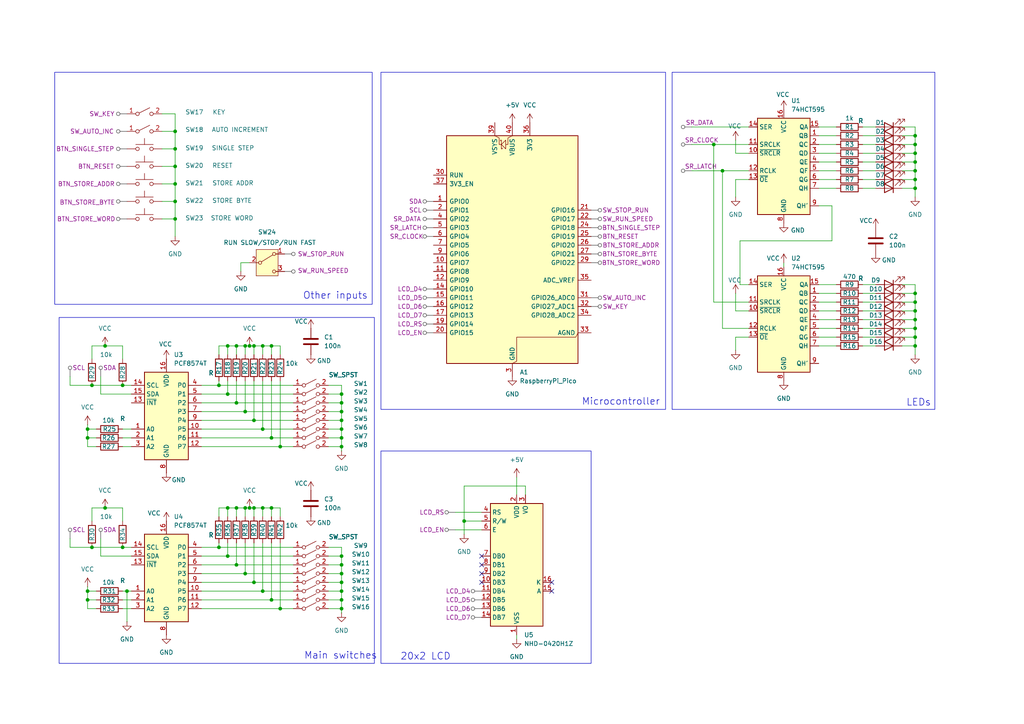
<source format=kicad_sch>
(kicad_sch (version 20250114) (generator "eeschema") (generator_version "9.0")
  (paper "A4")
  (title_block (title "Microcomputer") (date "2026-01-13") (rev "1") (company "gzalo"))
  (rectangle (start 17.145 92.075) (end 108.585 192.405))
  (rectangle (start 110.49 130.81) (end 171.45 192.405))
  (rectangle (start 15.875 20.955) (end 107.95 88.265))
  (rectangle (start 110.49 20.955) (end 193.04 118.745))
  (rectangle (start 194.945 20.955) (end 271.145 118.745))
  (text "Main switches" (at 98.806 190.246 0) (effects (font (size 2 2))))
  (text "20x2 LCD" (at 123.444 190.5 0) (effects (font (size 2 2))))
  (text "Other inputs" (at 97.282 85.852 0) (effects (font (size 2 2))))
  (text "LEDs" (at 266.446 116.84 0) (effects (font (size 2 2))))
  (text "Microcontroller" (at 180.086 116.586 0) (effects (font (size 2 2))))
  (junction (at 63.5 111.76))
  (junction (at 76.2 100.33))
  (junction (at 25.4 124.46))
  (junction (at 72.39 100.33))
  (junction (at 50.8 38.1))
  (junction (at 99.06 171.45))
  (junction (at 50.8 58.42))
  (junction (at 99.06 176.53))
  (junction (at 76.2 124.46))
  (junction (at 265.43 95.25))
  (junction (at 66.04 147.32))
  (junction (at 78.74 127))
  (junction (at 71.12 147.32))
  (junction (at 265.43 85.09))
  (junction (at 73.66 147.32))
  (junction (at 35.56 111.76))
  (junction (at 265.43 100.33))
  (junction (at 25.4 171.45))
  (junction (at 99.06 129.54))
  (junction (at 73.66 100.33))
  (junction (at 99.06 173.99))
  (junction (at 78.74 100.33))
  (junction (at 99.06 161.29))
  (junction (at 78.74 173.99))
  (junction (at 71.12 166.37))
  (junction (at 71.12 100.33))
  (junction (at 99.06 116.84))
  (junction (at 81.28 176.53))
  (junction (at 265.43 39.37))
  (junction (at 68.58 147.32))
  (junction (at 99.06 163.83))
  (junction (at 68.58 116.84))
  (junction (at 68.58 100.33))
  (junction (at 35.56 158.75))
  (junction (at 134.62 151.13))
  (junction (at 99.06 121.92))
  (junction (at 265.43 92.71))
  (junction (at 207.01 41.91))
  (junction (at 265.43 97.79))
  (junction (at 265.43 41.91))
  (junction (at 68.58 163.83))
  (junction (at 71.12 119.38))
  (junction (at 26.67 111.76))
  (junction (at 73.66 168.91))
  (junction (at 76.2 171.45))
  (junction (at 99.06 114.3))
  (junction (at 209.55 49.53))
  (junction (at 50.8 43.18))
  (junction (at 99.06 119.38))
  (junction (at 72.39 147.32))
  (junction (at 78.74 147.32))
  (junction (at 50.8 48.26))
  (junction (at 81.28 129.54))
  (junction (at 66.04 161.29))
  (junction (at 26.67 158.75))
  (junction (at 30.48 100.33))
  (junction (at 73.66 121.92))
  (junction (at 50.8 53.34))
  (junction (at 36.83 171.45))
  (junction (at 99.06 168.91))
  (junction (at 50.8 63.5))
  (junction (at 63.5 158.75))
  (junction (at 25.4 127))
  (junction (at 265.43 87.63))
  (junction (at 265.43 49.53))
  (junction (at 25.4 173.99))
  (junction (at 66.04 100.33))
  (junction (at 265.43 52.07))
  (junction (at 265.43 90.17))
  (junction (at 265.43 46.99))
  (junction (at 99.06 166.37))
  (junction (at 66.04 114.3))
  (junction (at 99.06 127))
  (junction (at 30.48 147.32))
  (junction (at 265.43 44.45))
  (junction (at 99.06 124.46))
  (junction (at 76.2 147.32))
  (junction (at 265.43 54.61))
  (no_connect (at 160.02 168.91))
  (no_connect (at 139.7 168.91))
  (no_connect (at 160.02 171.45))
  (no_connect (at 139.7 163.83))
  (no_connect (at 139.7 161.29))
  (no_connect (at 139.7 166.37))
  (wire (pts (xy 30.48 100.33) (xy 35.56 100.33)))
  (wire (pts (xy 95.25 129.54) (xy 99.06 129.54)))
  (wire (pts (xy 35.56 100.33) (xy 35.56 104.14)))
  (wire (pts (xy 99.06 119.38) (xy 99.06 121.92)))
  (wire (pts (xy 76.2 149.86) (xy 76.2 147.32)))
  (wire (pts (xy 152.4 140.97) (xy 134.62 140.97)))
  (wire (pts (xy 26.67 100.33) (xy 30.48 100.33)))
  (wire (pts (xy 25.4 176.53) (xy 25.4 173.99)))
  (wire (pts (xy 50.8 38.1) (xy 50.8 43.18)))
  (wire (pts (xy 149.86 184.15) (xy 149.86 185.42)))
  (wire (pts (xy 213.36 85.09) (xy 213.36 90.17)))
  (wire (pts (xy 58.42 124.46) (xy 76.2 124.46)))
  (wire (pts (xy 68.58 147.32) (xy 71.12 147.32)))
  (wire (pts (xy 265.43 44.45) (xy 265.43 46.99)))
  (wire (pts (xy 76.2 124.46) (xy 85.09 124.46)))
  (wire (pts (xy 134.62 154.94) (xy 134.62 151.13)))
  (wire (pts (xy 99.06 127) (xy 99.06 129.54)))
  (wire (pts (xy 35.56 129.54) (xy 38.1 129.54)))
  (wire (pts (xy 58.42 129.54) (xy 81.28 129.54)))
  (wire (pts (xy 99.06 124.46) (xy 99.06 127)))
  (wire (pts (xy 27.94 129.54) (xy 25.4 129.54)))
  (wire (pts (xy 99.06 171.45) (xy 99.06 173.99)))
  (wire (pts (xy 265.43 95.25) (xy 265.43 97.79)))
  (wire (pts (xy 99.06 158.75) (xy 99.06 161.29)))
  (wire (pts (xy 265.43 41.91) (xy 265.43 44.45)))
  (wire (pts (xy 261.62 97.79) (xy 265.43 97.79)))
  (wire (pts (xy 261.62 36.83) (xy 265.43 36.83)))
  (wire (pts (xy 76.2 171.45) (xy 85.09 171.45)))
  (wire (pts (xy 265.43 97.79) (xy 265.43 100.33)))
  (wire (pts (xy 46.99 43.18) (xy 50.8 43.18)))
  (wire (pts (xy 78.74 127) (xy 85.09 127)))
  (wire (pts (xy 71.12 119.38) (xy 85.09 119.38)))
  (wire (pts (xy 71.12 100.33) (xy 71.12 102.87)))
  (wire (pts (xy 76.2 100.33) (xy 73.66 100.33)))
  (wire (pts (xy 214.63 82.55) (xy 217.17 82.55)))
  (wire (pts (xy 63.5 158.75) (xy 85.09 158.75)))
  (wire (pts (xy 63.5 111.76) (xy 85.09 111.76)))
  (wire (pts (xy 66.04 114.3) (xy 66.04 110.49)))
  (wire (pts (xy 78.74 147.32) (xy 81.28 147.32)))
  (wire (pts (xy 68.58 100.33) (xy 71.12 100.33)))
  (wire (pts (xy 250.19 85.09) (xy 254 85.09)))
  (wire (pts (xy 35.56 124.46) (xy 38.1 124.46)))
  (wire (pts (xy 213.36 52.07) (xy 217.17 52.07)))
  (wire (pts (xy 58.42 161.29) (xy 66.04 161.29)))
  (wire (pts (xy 261.62 39.37) (xy 265.43 39.37)))
  (wire (pts (xy 265.43 54.61) (xy 265.43 57.15)))
  (wire (pts (xy 73.66 147.32) (xy 72.39 147.32)))
  (wire (pts (xy 25.4 127) (xy 25.4 124.46)))
  (wire (pts (xy 35.56 127) (xy 38.1 127)))
  (wire (pts (xy 95.25 121.92) (xy 99.06 121.92)))
  (wire (pts (xy 265.43 87.63) (xy 265.43 90.17)))
  (wire (pts (xy 38.1 158.75) (xy 35.56 158.75)))
  (wire (pts (xy 217.17 41.91) (xy 207.01 41.91)))
  (wire (pts (xy 63.5 149.86) (xy 63.5 147.32)))
  (wire (pts (xy 250.19 44.45) (xy 254 44.45)))
  (wire (pts (xy 73.66 168.91) (xy 85.09 168.91)))
  (wire (pts (xy 68.58 163.83) (xy 68.58 157.48)))
  (wire (pts (xy 237.49 44.45) (xy 242.57 44.45)))
  (wire (pts (xy 58.42 127) (xy 78.74 127)))
  (wire (pts (xy 261.62 54.61) (xy 265.43 54.61)))
  (wire (pts (xy 134.62 151.13) (xy 139.7 151.13)))
  (wire (pts (xy 95.25 161.29) (xy 99.06 161.29)))
  (wire (pts (xy 250.19 97.79) (xy 254 97.79)))
  (wire (pts (xy 66.04 161.29) (xy 85.09 161.29)))
  (wire (pts (xy 213.36 90.17) (xy 217.17 90.17)))
  (wire (pts (xy 99.06 166.37) (xy 99.06 168.91)))
  (wire (pts (xy 237.49 92.71) (xy 242.57 92.71)))
  (wire (pts (xy 261.62 85.09) (xy 265.43 85.09)))
  (wire (pts (xy 237.49 36.83) (xy 242.57 36.83)))
  (wire (pts (xy 265.43 90.17) (xy 265.43 92.71)))
  (wire (pts (xy 58.42 166.37) (xy 71.12 166.37)))
  (wire (pts (xy 25.4 123.19) (xy 25.4 124.46)))
  (wire (pts (xy 209.55 95.25) (xy 209.55 49.53)))
  (wire (pts (xy 58.42 168.91) (xy 73.66 168.91)))
  (wire (pts (xy 95.25 158.75) (xy 99.06 158.75)))
  (wire (pts (xy 95.25 171.45) (xy 99.06 171.45)))
  (wire (pts (xy 95.25 124.46) (xy 99.06 124.46)))
  (wire (pts (xy 99.06 111.76) (xy 99.06 114.3)))
  (wire (pts (xy 265.43 85.09) (xy 265.43 87.63)))
  (wire (pts (xy 81.28 102.87) (xy 81.28 100.33)))
  (wire (pts (xy 29.21 109.22) (xy 29.21 114.3)))
  (wire (pts (xy 237.49 49.53) (xy 242.57 49.53)))
  (wire (pts (xy 35.56 176.53) (xy 38.1 176.53)))
  (wire (pts (xy 241.3 59.69) (xy 241.3 69.85)))
  (wire (pts (xy 76.2 171.45) (xy 76.2 157.48)))
  (wire (pts (xy 36.83 171.45) (xy 38.1 171.45)))
  (wire (pts (xy 134.62 140.97) (xy 134.62 151.13)))
  (wire (pts (xy 265.43 39.37) (xy 265.43 41.91)))
  (wire (pts (xy 25.4 171.45) (xy 27.94 171.45)))
  (wire (pts (xy 26.67 158.75) (xy 20.32 158.75)))
  (wire (pts (xy 71.12 147.32) (xy 72.39 147.32)))
  (wire (pts (xy 250.19 90.17) (xy 254 90.17)))
  (wire (pts (xy 237.49 52.07) (xy 242.57 52.07)))
  (wire (pts (xy 99.06 176.53) (xy 99.06 177.8)))
  (wire (pts (xy 99.06 173.99) (xy 99.06 176.53)))
  (wire (pts (xy 237.49 59.69) (xy 241.3 59.69)))
  (wire (pts (xy 78.74 157.48) (xy 78.74 173.99)))
  (wire (pts (xy 73.66 110.49) (xy 73.66 121.92)))
  (wire (pts (xy 76.2 102.87) (xy 76.2 100.33)))
  (wire (pts (xy 68.58 116.84) (xy 68.58 110.49)))
  (wire (pts (xy 46.99 48.26) (xy 50.8 48.26)))
  (wire (pts (xy 237.49 100.33) (xy 242.57 100.33)))
  (wire (pts (xy 250.19 87.63) (xy 254 87.63)))
  (wire (pts (xy 237.49 87.63) (xy 242.57 87.63)))
  (wire (pts (xy 217.17 95.25) (xy 209.55 95.25)))
  (wire (pts (xy 213.36 101.6) (xy 213.36 97.79)))
  (wire (pts (xy 200.66 49.53) (xy 209.55 49.53)))
  (wire (pts (xy 265.43 36.83) (xy 265.43 39.37)))
  (wire (pts (xy 73.66 157.48) (xy 73.66 168.91)))
  (wire (pts (xy 46.99 33.02) (xy 50.8 33.02)))
  (wire (pts (xy 78.74 102.87) (xy 78.74 100.33)))
  (wire (pts (xy 35.56 158.75) (xy 26.67 158.75)))
  (wire (pts (xy 73.66 100.33) (xy 72.39 100.33)))
  (wire (pts (xy 213.36 40.64) (xy 213.36 44.45)))
  (wire (pts (xy 250.19 52.07) (xy 254 52.07)))
  (wire (pts (xy 78.74 173.99) (xy 85.09 173.99)))
  (wire (pts (xy 250.19 36.83) (xy 254 36.83)))
  (wire (pts (xy 261.62 49.53) (xy 265.43 49.53)))
  (wire (pts (xy 237.49 95.25) (xy 242.57 95.25)))
  (wire (pts (xy 38.1 111.76) (xy 35.56 111.76)))
  (wire (pts (xy 71.12 166.37) (xy 71.12 157.48)))
  (wire (pts (xy 35.56 111.76) (xy 26.67 111.76)))
  (wire (pts (xy 73.66 149.86) (xy 73.66 147.32)))
  (wire (pts (xy 213.36 44.45) (xy 217.17 44.45)))
  (wire (pts (xy 213.36 57.15) (xy 213.36 52.07)))
  (wire (pts (xy 250.19 46.99) (xy 254 46.99)))
  (wire (pts (xy 58.42 176.53) (xy 81.28 176.53)))
  (wire (pts (xy 66.04 100.33) (xy 68.58 100.33)))
  (wire (pts (xy 237.49 97.79) (xy 242.57 97.79)))
  (wire (pts (xy 209.55 49.53) (xy 217.17 49.53)))
  (wire (pts (xy 265.43 92.71) (xy 265.43 95.25)))
  (wire (pts (xy 261.62 46.99) (xy 265.43 46.99)))
  (wire (pts (xy 237.49 41.91) (xy 242.57 41.91)))
  (wire (pts (xy 38.1 114.3) (xy 29.21 114.3)))
  (wire (pts (xy 50.8 43.18) (xy 50.8 48.26)))
  (wire (pts (xy 27.94 176.53) (xy 25.4 176.53)))
  (wire (pts (xy 250.19 49.53) (xy 254 49.53)))
  (wire (pts (xy 25.4 173.99) (xy 25.4 171.45)))
  (wire (pts (xy 58.42 173.99) (xy 78.74 173.99)))
  (wire (pts (xy 50.8 53.34) (xy 50.8 58.42)))
  (wire (pts (xy 250.19 95.25) (xy 254 95.25)))
  (wire (pts (xy 58.42 158.75) (xy 63.5 158.75)))
  (wire (pts (xy 66.04 161.29) (xy 66.04 157.48)))
  (wire (pts (xy 46.99 38.1) (xy 50.8 38.1)))
  (wire (pts (xy 99.06 129.54) (xy 99.06 130.81)))
  (wire (pts (xy 66.04 147.32) (xy 68.58 147.32)))
  (wire (pts (xy 69.85 76.2) (xy 72.39 76.2)))
  (wire (pts (xy 214.63 69.85) (xy 214.63 82.55)))
  (wire (pts (xy 81.28 149.86) (xy 81.28 147.32)))
  (wire (pts (xy 132.08 148.59) (xy 139.7 148.59)))
  (wire (pts (xy 63.5 147.32) (xy 66.04 147.32)))
  (wire (pts (xy 63.5 100.33) (xy 66.04 100.33)))
  (wire (pts (xy 95.25 111.76) (xy 99.06 111.76)))
  (wire (pts (xy 237.49 82.55) (xy 242.57 82.55)))
  (wire (pts (xy 99.06 161.29) (xy 99.06 163.83)))
  (wire (pts (xy 250.19 39.37) (xy 254 39.37)))
  (wire (pts (xy 29.21 156.21) (xy 29.21 161.29)))
  (wire (pts (xy 73.66 121.92) (xy 85.09 121.92)))
  (wire (pts (xy 71.12 119.38) (xy 71.12 110.49)))
  (wire (pts (xy 78.74 110.49) (xy 78.74 127)))
  (wire (pts (xy 261.62 92.71) (xy 265.43 92.71)))
  (wire (pts (xy 250.19 54.61) (xy 254 54.61)))
  (wire (pts (xy 76.2 124.46) (xy 76.2 110.49)))
  (wire (pts (xy 63.5 158.75) (xy 63.5 157.48)))
  (wire (pts (xy 36.83 171.45) (xy 36.83 180.34)))
  (wire (pts (xy 71.12 166.37) (xy 85.09 166.37)))
  (wire (pts (xy 71.12 147.32) (xy 71.12 149.86)))
  (wire (pts (xy 261.62 100.33) (xy 265.43 100.33)))
  (wire (pts (xy 95.25 173.99) (xy 99.06 173.99)))
  (wire (pts (xy 95.25 168.91) (xy 99.06 168.91)))
  (wire (pts (xy 95.25 119.38) (xy 99.06 119.38)))
  (wire (pts (xy 58.42 114.3) (xy 66.04 114.3)))
  (wire (pts (xy 58.42 111.76) (xy 63.5 111.76)))
  (wire (pts (xy 95.25 166.37) (xy 99.06 166.37)))
  (wire (pts (xy 46.99 63.5) (xy 50.8 63.5)))
  (wire (pts (xy 237.49 46.99) (xy 242.57 46.99)))
  (wire (pts (xy 50.8 58.42) (xy 50.8 63.5)))
  (wire (pts (xy 99.06 114.3) (xy 99.06 116.84)))
  (wire (pts (xy 237.49 90.17) (xy 242.57 90.17)))
  (wire (pts (xy 250.19 82.55) (xy 254 82.55)))
  (wire (pts (xy 26.67 151.13) (xy 26.67 147.32)))
  (wire (pts (xy 250.19 92.71) (xy 254 92.71)))
  (wire (pts (xy 66.04 147.32) (xy 66.04 149.86)))
  (wire (pts (xy 58.42 171.45) (xy 76.2 171.45)))
  (wire (pts (xy 27.94 173.99) (xy 25.4 173.99)))
  (wire (pts (xy 99.06 168.91) (xy 99.06 171.45)))
  (wire (pts (xy 265.43 49.53) (xy 265.43 52.07)))
  (wire (pts (xy 132.08 153.67) (xy 139.7 153.67)))
  (wire (pts (xy 261.62 44.45) (xy 265.43 44.45)))
  (wire (pts (xy 207.01 87.63) (xy 217.17 87.63)))
  (wire (pts (xy 95.25 127) (xy 99.06 127)))
  (wire (pts (xy 78.74 100.33) (xy 76.2 100.33)))
  (wire (pts (xy 237.49 39.37) (xy 242.57 39.37)))
  (wire (pts (xy 250.19 41.91) (xy 254 41.91)))
  (wire (pts (xy 25.4 129.54) (xy 25.4 127)))
  (wire (pts (xy 63.5 102.87) (xy 63.5 100.33)))
  (wire (pts (xy 95.25 114.3) (xy 99.06 114.3)))
  (wire (pts (xy 237.49 85.09) (xy 242.57 85.09)))
  (wire (pts (xy 50.8 48.26) (xy 50.8 53.34)))
  (wire (pts (xy 35.56 173.99) (xy 38.1 173.99)))
  (wire (pts (xy 81.28 129.54) (xy 81.28 110.49)))
  (wire (pts (xy 20.32 109.22) (xy 20.32 111.76)))
  (wire (pts (xy 99.06 116.84) (xy 99.06 119.38)))
  (wire (pts (xy 58.42 163.83) (xy 68.58 163.83)))
  (wire (pts (xy 63.5 111.76) (xy 63.5 110.49)))
  (wire (pts (xy 58.42 121.92) (xy 73.66 121.92)))
  (wire (pts (xy 241.3 69.85) (xy 214.63 69.85)))
  (wire (pts (xy 26.67 104.14) (xy 26.67 100.33)))
  (wire (pts (xy 261.62 41.91) (xy 265.43 41.91)))
  (wire (pts (xy 261.62 95.25) (xy 265.43 95.25)))
  (wire (pts (xy 38.1 161.29) (xy 29.21 161.29)))
  (wire (pts (xy 30.48 147.32) (xy 35.56 147.32)))
  (wire (pts (xy 265.43 100.33) (xy 265.43 102.87)))
  (wire (pts (xy 78.74 149.86) (xy 78.74 147.32)))
  (wire (pts (xy 46.99 58.42) (xy 50.8 58.42)))
  (wire (pts (xy 76.2 147.32) (xy 73.66 147.32)))
  (wire (pts (xy 227.33 76.2) (xy 227.33 77.47)))
  (wire (pts (xy 69.85 78.74) (xy 69.85 76.2)))
  (wire (pts (xy 26.67 147.32) (xy 30.48 147.32)))
  (wire (pts (xy 99.06 163.83) (xy 99.06 166.37)))
  (wire (pts (xy 81.28 129.54) (xy 85.09 129.54)))
  (wire (pts (xy 73.66 102.87) (xy 73.66 100.33)))
  (wire (pts (xy 265.43 46.99) (xy 265.43 49.53)))
  (wire (pts (xy 261.62 90.17) (xy 265.43 90.17)))
  (wire (pts (xy 95.25 176.53) (xy 99.06 176.53)))
  (wire (pts (xy 95.25 163.83) (xy 99.06 163.83)))
  (wire (pts (xy 68.58 147.32) (xy 68.58 149.86)))
  (wire (pts (xy 261.62 52.07) (xy 265.43 52.07)))
  (wire (pts (xy 68.58 100.33) (xy 68.58 102.87)))
  (wire (pts (xy 25.4 124.46) (xy 27.94 124.46)))
  (wire (pts (xy 68.58 163.83) (xy 85.09 163.83)))
  (wire (pts (xy 78.74 147.32) (xy 76.2 147.32)))
  (wire (pts (xy 152.4 143.51) (xy 152.4 140.97)))
  (wire (pts (xy 35.56 171.45) (xy 36.83 171.45)))
  (wire (pts (xy 58.42 116.84) (xy 68.58 116.84)))
  (wire (pts (xy 58.42 119.38) (xy 71.12 119.38)))
  (wire (pts (xy 261.62 87.63) (xy 265.43 87.63)))
  (wire (pts (xy 78.74 100.33) (xy 81.28 100.33)))
  (wire (pts (xy 149.86 138.43) (xy 149.86 143.51)))
  (wire (pts (xy 99.06 121.92) (xy 99.06 124.46)))
  (wire (pts (xy 200.66 41.91) (xy 207.01 41.91)))
  (wire (pts (xy 265.43 82.55) (xy 265.43 85.09)))
  (wire (pts (xy 213.36 97.79) (xy 217.17 97.79)))
  (wire (pts (xy 68.58 116.84) (xy 85.09 116.84)))
  (wire (pts (xy 81.28 176.53) (xy 85.09 176.53)))
  (wire (pts (xy 200.66 36.83) (xy 217.17 36.83)))
  (wire (pts (xy 66.04 114.3) (xy 85.09 114.3)))
  (wire (pts (xy 46.99 53.34) (xy 50.8 53.34)))
  (wire (pts (xy 20.32 156.21) (xy 20.32 158.75)))
  (wire (pts (xy 25.4 170.18) (xy 25.4 171.45)))
  (wire (pts (xy 81.28 176.53) (xy 81.28 157.48)))
  (wire (pts (xy 27.94 127) (xy 25.4 127)))
  (wire (pts (xy 250.19 100.33) (xy 254 100.33)))
  (wire (pts (xy 50.8 63.5) (xy 50.8 68.58)))
  (wire (pts (xy 66.04 100.33) (xy 66.04 102.87)))
  (wire (pts (xy 237.49 54.61) (xy 242.57 54.61)))
  (wire (pts (xy 71.12 100.33) (xy 72.39 100.33)))
  (wire (pts (xy 50.8 33.02) (xy 50.8 38.1)))
  (wire (pts (xy 35.56 147.32) (xy 35.56 151.13)))
  (wire (pts (xy 261.62 82.55) (xy 265.43 82.55)))
  (wire (pts (xy 265.43 52.07) (xy 265.43 54.61)))
  (wire (pts (xy 95.25 116.84) (xy 99.06 116.84)))
  (wire (pts (xy 207.01 41.91) (xy 207.01 87.63)))
  (wire (pts (xy 26.67 111.76) (xy 20.32 111.76)))
  (netclass_flag "" (length 2.54) (shape round) (at 200.66 41.91 90) (property "Netclass" "SR_CLOCK" (at 198.628 40.64 0) (effects (justify left))))
  (netclass_flag "" (length 2.54) (shape round) (at 36.83 33.02 90) (property "Netclass" "SW_KEY" (at 25.908 33.02 0) (effects (justify left))))
  (netclass_flag "" (length 2.54) (shape round) (at 36.83 63.5 90) (property "Netclass" "BTN_STORE_WORD" (at 16.51 63.5 0) (effects (justify left))))
  (netclass_flag "" (length 2.54) (shape round) (at 125.73 63.5 90) (property "Netclass" "SR_DATA" (at 114.046 63.5 0) (effects (justify left))))
  (netclass_flag "" (length 2.54) (shape round) (at 36.83 53.34 90) (property "Netclass" "BTN_STORE_ADDR" (at 16.764 53.34 0) (effects (justify left))))
  (netclass_flag "" (length 2.54) (shape round) (at 171.45 88.9 270) (property "Netclass" "SW_KEY" (at 182.118 88.9 0) (effects (justify right))))
  (netclass_flag "" (length 2.54) (shape round) (at 125.73 91.44 90) (property "Netclass" "LCD_D7" (at 115.316 91.44 0) (effects (justify left))))
  (netclass_flag "" (length 2.54) (shape round) (at 29.21 156.21 0) (property "Netclass" "SDA" (at 29.9085 153.67 0) (effects (justify left))))
  (netclass_flag "" (length 2.54) (shape round) (at 139.7 179.07 90) (property "Netclass" "LCD_D7" (at 129.286 179.07 0) (effects (justify left))))
  (netclass_flag "" (length 2.54) (shape round) (at 139.7 176.53 90) (property "Netclass" "LCD_D6" (at 129.286 176.53 0) (effects (justify left))))
  (netclass_flag "" (length 2.54) (shape round) (at 125.73 66.04 90) (property "Netclass" "SR_LATCH" (at 113.03 66.04 0) (effects (justify left))))
  (netclass_flag "" (length 2.54) (shape round) (at 200.66 49.53 90) (property "Netclass" "SR_LATCH" (at 198.628 48.26 0) (effects (justify left))))
  (netclass_flag "" (length 2.54) (shape round) (at 36.83 58.42 90) (property "Netclass" "BTN_STORE_BYTE" (at 17.272 58.674 0) (effects (justify left))))
  (netclass_flag "" (length 2.54) (shape round) (at 171.45 86.36 270) (property "Netclass" "SW_AUTO_INC" (at 187.452 86.36 0) (effects (justify right))))
  (netclass_flag "" (length 2.54) (shape round) (at 171.45 76.2 270) (property "Netclass" "BTN_STORE_WORD" (at 191.516 76.2 0) (effects (justify right))))
  (netclass_flag "" (length 2.54) (shape round) (at 36.83 38.1 90) (property "Netclass" "SW_AUTO_INC" (at 20.32 38.1 0) (effects (justify left))))
  (netclass_flag "" (length 2.54) (shape round) (at 139.7 173.99 90) (property "Netclass" "LCD_D5" (at 129.286 173.99 0) (effects (justify left))))
  (netclass_flag "" (length 2.54) (shape round) (at 171.45 66.04 270) (property "Netclass" "BTN_SINGLE_STEP" (at 191.516 66.04 0) (effects (justify right))))
  (netclass_flag "" (length 2.54) (shape round) (at 171.45 68.58 270) (property "Netclass" "BTN_RESET" (at 185.166 68.58 0) (effects (justify right))))
  (netclass_flag "" (length 2.54) (shape round) (at 139.7 171.45 90) (property "Netclass" "LCD_D4" (at 129.286 171.45 0) (effects (justify left))))
  (netclass_flag "" (length 2.54) (shape round) (at 82.55 78.74 270) (property "Netclass" "SW_RUN_SPEED" (at 86.36 78.486 0) (effects (justify left))))
  (netclass_flag "" (length 2.54) (shape round) (at 125.73 93.98 90) (property "Netclass" "LCD_RS" (at 115.316 93.98 0) (effects (justify left))))
  (netclass_flag "" (length 2.54) (shape round) (at 132.08 153.67 90) (property "Netclass" "LCD_EN" (at 121.666 153.67 0) (effects (justify left))))
  (netclass_flag "" (length 2.54) (shape round) (at 29.21 109.22 0) (property "Netclass" "SDA" (at 29.9085 106.68 0) (effects (justify left))))
  (netclass_flag "" (length 2.54) (shape round) (at 20.32 156.21 0) (property "Netclass" "SCL" (at 21.0185 153.67 0) (effects (justify left))))
  (netclass_flag "" (length 2.54) (shape round) (at 125.73 58.42 90) (property "Netclass" "SDA" (at 118.618 58.42 0) (effects (justify left))))
  (netclass_flag "" (length 2.54) (shape round) (at 36.83 43.18 90) (property "Netclass" "BTN_SINGLE_STEP" (at 16.256 43.18 0) (effects (justify left))))
  (netclass_flag "" (length 2.54) (shape round) (at 125.73 96.52 90) (property "Netclass" "LCD_EN" (at 115.316 96.52 0) (effects (justify left))))
  (netclass_flag "" (length 2.54) (shape round) (at 125.73 86.36 90) (property "Netclass" "LCD_D5" (at 115.316 86.36 0) (effects (justify left))))
  (netclass_flag "" (length 2.54) (shape round) (at 36.83 48.26 90) (property "Netclass" "BTN_RESET" (at 22.606 48.26 0) (effects (justify left))))
  (netclass_flag "" (length 2.54) (shape round) (at 171.45 60.96 270) (property "Netclass" "SW_STOP_RUN" (at 188.214 60.96 0) (effects (justify right))))
  (netclass_flag "" (length 2.54) (shape round) (at 125.73 60.96 90) (property "Netclass" "SCL" (at 118.618 60.96 0) (effects (justify left))))
  (netclass_flag "" (length 2.54) (shape round) (at 132.08 148.59 90) (property "Netclass" "LCD_RS" (at 121.666 148.59 0) (effects (justify left))))
  (netclass_flag "" (length 2.54) (shape round) (at 171.45 71.12 270) (property "Netclass" "BTN_STORE_ADDR" (at 191.262 71.12 0) (effects (justify right))))
  (netclass_flag "" (length 2.54) (shape round) (at 82.55 73.66 270) (property "Netclass" "SW_STOP_RUN" (at 86.36 73.66 0) (effects (justify left))))
  (netclass_flag "" (length 2.54) (shape round) (at 200.66 36.83 90) (property "Netclass" "SR_DATA" (at 198.882 35.56 0) (effects (justify left))))
  (netclass_flag "" (length 2.54) (shape round) (at 171.45 73.66 270) (property "Netclass" "BTN_STORE_BYTE" (at 190.754 73.66 0) (effects (justify right))))
  (netclass_flag "" (length 2.54) (shape round) (at 125.73 83.82 90) (property "Netclass" "LCD_D4" (at 115.316 83.82 0) (effects (justify left))))
  (netclass_flag "" (length 2.54) (shape round) (at 20.32 109.22 0) (property "Netclass" "SCL" (at 21.0185 106.68 0) (effects (justify left))))
  (netclass_flag "" (length 2.54) (shape round) (at 125.73 68.58 90) (property "Netclass" "SR_CLOCK" (at 113.03 68.58 0) (effects (justify left))))
  (netclass_flag "" (length 2.54) (shape round) (at 171.45 63.5 270) (property "Netclass" "SW_RUN_SPEED" (at 189.484 63.5 0) (effects (justify right))))
  (netclass_flag "" (length 2.54) (shape round) (at 125.73 88.9 90) (property "Netclass" "LCD_D6" (at 115.316 88.9 0) (effects (justify left))))
  (symbol (lib_id "power:GND") (at 48.26 137.16 0) (unit 1)
    (property "Reference" "#PWR012" (effects (hide yes)))
    (property "Value" "GND" (at 51.816 139.192 0))
    (property "Description" "Power symbol creates a global label with name \"GND\" , ground" (effects (hide yes)))
  )
  (symbol (lib_id "Device:R") (at 26.67 107.95 0) (unit 1)
    (property "Reference" "R29" (at 26.67 109.982 90) (effects (justify left)))
    (property "Value" "10k" (effects (hide yes)))
    (property "Description" "Resistor" (effects (hide yes)))
  )
  (symbol (lib_id "Device:R") (at 66.04 106.68 0) (unit 1)
    (property "Reference" "R18" (at 66.04 108.712 90) (effects (justify left)))
    (property "Value" "R" (at 60.452 108.204 0) (effects (justify left)))
    (property "Description" "Resistor" (effects (hide yes)))
  )
  (symbol (lib_id "Switch:SW_SPST") (at 90.17 171.45 0) (unit 1)
    (property "Reference" "SW14" (at 104.648 170.942 0))
    (property "Value" "SW_SPST" (at 99.568 155.702 0))
    (property "Description" "Single Pole Single Throw (SPST) switch" (effects (hide yes)))
  )
  (symbol (lib_id "power:GND") (at 99.06 130.81 0) (unit 1)
    (property "Reference" "#PWR014" (effects (hide yes)))
    (property "Value" "GND" (at 99.06 135.89 0))
    (property "Description" "Power symbol creates a global label with name \"GND\" , ground" (effects (hide yes)))
  )
  (symbol (lib_id "power:VCC") (at 30.48 147.32 0) (unit 1)
    (property "Reference" "#PWR022" (effects (hide yes)))
    (property "Value" "VCC" (at 30.48 142.24 0))
    (property "Description" "Power symbol creates a global label with name \"VCC\"" (effects (hide yes)))
  )
  (symbol (lib_id "Device:R") (at 31.75 176.53 90) (unit 1)
    (property "Reference" "R33" (at 31.496 176.53 90))
    (property "Value" "R" (at 35.56 168.402 90))
    (property "Description" "Resistor" (effects (hide yes)))
  )
  (symbol (lib_id "Device:R") (at 31.75 173.99 90) (unit 1)
    (property "Reference" "R32" (at 31.496 173.99 90))
    (property "Value" "10k" (at 31.496 168.91 90))
    (property "Description" "Resistor" (effects (hide yes)))
  )
  (symbol (lib_id "Device:C") (at 90.17 99.06 0) (unit 1)
    (property "Reference" "C1" (at 93.98 97.7899 0) (effects (justify left)))
    (property "Value" "100n" (at 93.98 100.3299 0) (effects (justify left)))
    (property "Description" "Unpolarized capacitor" (effects (hide yes)))
  )
  (symbol (lib_id "MCU_Module:RaspberryPi_Pico") (at 148.59 73.66 0) (unit 1)
    (property "Reference" "A1" (at 150.7333 107.95 0) (effects (justify left)))
    (property "Value" "RaspberryPi_Pico" (at 150.7333 110.49 0) (effects (justify left)))
    (property "Footprint" "Module:RaspberryPi_Pico_Common_Unspecified" (effects (hide yes)))
    (property "Datasheet" "https://datasheets.raspberrypi.com/pico/pico-datasheet.pdf" (effects (hide yes)))
    (property "Description" "Versatile and inexpensive microcontroller module powered by RP2040 dual-core Arm Cortex-M0+ processor up to 133 MHz, 264kB SRAM, 2MB QSPI flash; also supports Raspberry Pi Pico 2" (effects (hide yes)))
  )
  (symbol (lib_id "Display_Character:NHD-0420H1Z") (at 149.86 163.83 0) (unit 1)
    (property "Reference" "U5" (at 152.0033 184.15 0) (effects (justify left)))
    (property "Value" "NHD-0420H1Z" (at 152.0033 186.69 0) (effects (justify left)))
    (property "Footprint" "Display:NHD-0420H1Z" (effects (hide yes)))
    (property "Datasheet" "http://www.newhavendisplay.com/specs/NHD-0420H1Z-FSW-GBW-33V3.pdf" (effects (hide yes)))
    (property "Description" "LCD 20x4 Alphanumeric 16pin Blue/White/Green Backlight, 8bit parallel, 3.3V VDD" (effects (hide yes)))
  )
  (symbol (lib_id "Interface_Expansion:PCF8574T") (at 48.26 119.38 0) (unit 1)
    (property "Reference" "U3" (at 50.4033 102.87 0) (effects (justify left)))
    (property "Value" "PCF8574T" (at 50.4033 105.41 0) (effects (justify left)))
    (property "Footprint" "Package_SO:SOIC-16W_7.5x10.3mm_P1.27mm" (effects (hide yes)))
    (property "Datasheet" "http://www.nxp.com/docs/en/data-sheet/PCF8574_PCF8574A.pdf" (effects (hide yes)))
    (property "Description" "8 Bit Port/Expander to I2C Bus, fixed address bits 0b0100, SOIC-16" (effects (hide yes)))
  )
  (symbol (lib_id "Device:LED") (at 257.81 44.45 180) (unit 1)
    (property "Reference" "D4" (at 255.27 43.18 0))
    (property "Description" "Light emitting diode" (effects (hide yes)))
    (property "Sim.Pins" "1=K 2=A" (effects (hide yes)))
  )
  (symbol (lib_id "Device:LED") (at 257.81 90.17 180) (unit 1)
    (property "Reference" "D12" (at 254 88.9 0))
    (property "Description" "Light emitting diode" (effects (hide yes)))
    (property "Sim.Pins" "1=K 2=A" (effects (hide yes)))
  )
  (symbol (lib_id "Device:R") (at 246.38 87.63 90) (unit 1)
    (property "Reference" "R11" (at 246.38 87.63 90))
    (property "Value" "R" (at 249.682 80.772 90))
    (property "Description" "Resistor" (effects (hide yes)))
  )
  (symbol (lib_id "Device:LED") (at 257.81 85.09 180) (unit 1)
    (property "Reference" "D10" (at 254 83.82 0))
    (property "Description" "Light emitting diode" (effects (hide yes)))
    (property "Sim.Pins" "1=K 2=A" (effects (hide yes)))
  )
  (symbol (lib_id "Device:R") (at 73.66 106.68 0) (unit 1)
    (property "Reference" "R21" (at 73.66 108.712 90) (effects (justify left)))
    (property "Value" "R" (at 60.452 108.204 0) (effects (justify left)))
    (property "Description" "Resistor" (effects (hide yes)))
  )
  (symbol (lib_id "power:VCC") (at 227.33 76.2 0) (unit 1)
    (property "Reference" "#PWR08" (effects (hide yes)))
    (property "Value" "VCC" (at 224.282 74.93 0))
    (property "Description" "Power symbol creates a global label with name \"VCC\"" (effects (hide yes)))
  )
  (symbol (lib_id "Switch:SW_SPST") (at 90.17 116.84 0) (unit 1)
    (property "Reference" "SW3" (at 104.648 116.332 0))
    (property "Value" "SW_SPST" (at 99.568 108.712 0))
    (property "Description" "Single Pole Single Throw (SPST) switch" (effects (hide yes)))
  )
  (symbol (lib_id "power:VCC") (at 30.48 100.33 0) (unit 1)
    (property "Reference" "#PWR016" (effects (hide yes)))
    (property "Value" "VCC" (at 30.48 95.25 0))
    (property "Description" "Power symbol creates a global label with name \"VCC\"" (effects (hide yes)))
  )
  (symbol (lib_id "Device:R") (at 246.38 52.07 90) (unit 1)
    (property "Reference" "R7" (at 246.38 52.07 90))
    (property "Value" "1k" (at 246.38 34.29 90))
    (property "Description" "Resistor" (effects (hide yes)))
  )
  (symbol (lib_id "Device:R") (at 246.38 49.53 90) (unit 1)
    (property "Reference" "R6" (at 246.38 49.53 90))
    (property "Value" "R" (at 249.682 35.052 90))
    (property "Description" "Resistor" (effects (hide yes)))
  )
  (symbol (lib_id "power:GND") (at 265.43 57.15 0) (unit 1)
    (property "Reference" "#PWR09" (effects (hide yes)))
    (property "Value" "GND" (at 265.43 62.23 0))
    (property "Description" "Power symbol creates a global label with name \"GND\" , ground" (effects (hide yes)))
  )
  (symbol (lib_id "Device:LED") (at 257.81 100.33 180) (unit 1)
    (property "Reference" "D16" (at 254 99.06 0))
    (property "Description" "Light emitting diode" (effects (hide yes)))
    (property "Sim.Pins" "1=K 2=A" (effects (hide yes)))
  )
  (symbol (lib_id "Device:LED") (at 257.81 95.25 180) (unit 1)
    (property "Reference" "D14" (at 254 93.98 0))
    (property "Description" "Light emitting diode" (effects (hide yes)))
    (property "Sim.Pins" "1=K 2=A" (effects (hide yes)))
  )
  (symbol (lib_id "power:GND") (at 265.43 102.87 0) (unit 1)
    (property "Reference" "#PWR010" (effects (hide yes)))
    (property "Value" "GND" (at 265.43 107.95 0))
    (property "Description" "Power symbol creates a global label with name \"GND\" , ground" (effects (hide yes)))
  )
  (symbol (lib_id "power:VCC") (at 213.36 85.09 0) (unit 1)
    (property "Reference" "#PWR05" (effects (hide yes)))
    (property "Value" "VCC" (at 213.106 81.28 0))
    (property "Description" "Power symbol creates a global label with name \"VCC\"" (effects (hide yes)))
  )
  (symbol (lib_id "power:VCC") (at 227.33 31.75 0) (unit 1)
    (property "Reference" "#PWR07" (effects (hide yes)))
    (property "Value" "VCC" (at 227.076 27.432 0))
    (property "Description" "Power symbol creates a global label with name \"VCC\"" (effects (hide yes)))
  )
  (symbol (lib_id "power:VCC") (at 213.36 40.64 0) (unit 1)
    (property "Reference" "#PWR06" (effects (hide yes)))
    (property "Value" "VCC" (at 213.106 36.576 0))
    (property "Description" "Power symbol creates a global label with name \"VCC\"" (effects (hide yes)))
  )
  (symbol (lib_id "power:GND") (at 36.83 180.34 0) (unit 1)
    (property "Reference" "#PWR035" (effects (hide yes)))
    (property "Value" "GND" (at 36.83 185.42 0))
    (property "Description" "Power symbol creates a global label with name \"GND\" , ground" (effects (hide yes)))
  )
  (symbol (lib_id "Switch:SW_SPST") (at 90.17 176.53 0) (unit 1)
    (property "Reference" "SW16" (at 104.648 176.022 0))
    (property "Value" "SW_SPST" (at 99.568 155.702 0))
    (property "Description" "Single Pole Single Throw (SPST) switch" (effects (hide yes)))
  )
  (symbol (lib_id "power:VCC") (at 254 66.04 0) (unit 1)
    (property "Reference" "#PWR019" (effects (hide yes)))
    (property "Value" "VCC" (at 251.206 64.008 0))
    (property "Description" "Power symbol creates a global label with name \"VCC\"" (effects (hide yes)))
  )
  (symbol (lib_id "Device:R") (at 31.75 127 90) (unit 1)
    (property "Reference" "R26" (at 31.496 127 90))
    (property "Value" "10k" (at 31.496 121.92 90))
    (property "Description" "Resistor" (effects (hide yes)))
  )
  (symbol (lib_id "power:VCC") (at 153.67 35.56 0) (unit 1)
    (property "Reference" "#PWR032" (effects (hide yes)))
    (property "Value" "VCC" (at 153.67 30.48 0))
    (property "Description" "Power symbol creates a global label with name \"VCC\"" (effects (hide yes)))
  )
  (symbol (lib_id "Device:R") (at 78.74 106.68 0) (unit 1)
    (property "Reference" "R23" (at 78.74 108.712 90) (effects (justify left)))
    (property "Value" "R" (at 60.452 108.204 0) (effects (justify left)))
    (property "Description" "Resistor" (effects (hide yes)))
  )
  (symbol (lib_id "Switch:SW_SPST") (at 90.17 166.37 0) (unit 1)
    (property "Reference" "SW12" (at 104.648 165.862 0))
    (property "Value" "SW_SPST" (at 99.568 155.702 0))
    (property "Description" "Single Pole Single Throw (SPST) switch" (effects (hide yes)))
  )
  (symbol (lib_id "power:GND") (at 213.36 101.6 0) (unit 1)
    (property "Reference" "#PWR04" (effects (hide yes)))
    (property "Value" "GND" (at 213.36 106.68 0))
    (property "Description" "Power symbol creates a global label with name \"GND\" , ground" (effects (hide yes)))
  )
  (symbol (lib_id "Device:R") (at 246.38 41.91 90) (unit 1)
    (property "Reference" "R3" (at 246.38 41.91 90))
    (property "Value" "R" (at 249.682 35.052 90))
    (property "Description" "Resistor" (effects (hide yes)))
  )
  (symbol (lib_id "Device:LED") (at 257.81 39.37 180) (unit 1)
    (property "Reference" "D2" (at 255.27 38.1 0))
    (property "Description" "Light emitting diode" (effects (hide yes)))
    (property "Sim.Pins" "1=K 2=A" (effects (hide yes)))
  )
  (symbol (lib_id "Device:R") (at 31.75 129.54 90) (unit 1)
    (property "Reference" "R27" (at 31.496 129.54 90))
    (property "Value" "R" (at 35.56 121.412 90))
    (property "Description" "Resistor" (effects (hide yes)))
  )
  (symbol (lib_id "Device:R") (at 35.56 107.95 0) (unit 1)
    (property "Reference" "R28" (at 35.56 109.982 90) (effects (justify left)))
    (property "Value" "10k" (at 28.956 102.87 0) (effects (justify left)))
    (property "Description" "Resistor" (effects (hide yes)))
  )
  (symbol (lib_id "Switch:SW_Push") (at 41.91 63.5 0) (unit 1)
    (property "Reference" "SW23" (at 56.388 63.246 0))
    (property "Value" "STORE WORD" (at 67.31 63.246 0))
    (property "Description" "Push button switch, generic, two pins" (effects (hide yes)))
  )
  (symbol (lib_id "Switch:SW_Push") (at 41.91 48.26 0) (unit 1)
    (property "Reference" "SW20" (at 56.388 48.006 0))
    (property "Value" "RESET" (at 64.516 48.006 0))
    (property "Description" "Push button switch, generic, two pins" (effects (hide yes)))
  )
  (symbol (lib_id "Device:LED") (at 257.81 82.55 180) (unit 1)
    (property "Reference" "D9" (at 254 81.28 0))
    (property "Description" "Light emitting diode" (effects (hide yes)))
    (property "Sim.Pins" "1=K 2=A" (effects (hide yes)))
  )
  (symbol (lib_id "Device:R") (at 246.38 39.37 90) (unit 1)
    (property "Reference" "R2" (at 246.38 39.37 90))
    (property "Value" "R" (at 249.682 35.052 90))
    (property "Description" "Resistor" (effects (hide yes)))
  )
  (symbol (lib_id "power:VCC") (at 72.39 147.32 0) (unit 1)
    (property "Reference" "#PWR025" (effects (hide yes)))
    (property "Value" "VCC" (at 72.39 142.24 0))
    (property "Description" "Power symbol creates a global label with name \"VCC\"" (effects (hide yes)))
  )
  (symbol (lib_id "Device:LED") (at 257.81 54.61 180) (unit 1)
    (property "Reference" "D8" (at 255.27 53.34 0))
    (property "Description" "Light emitting diode" (effects (hide yes)))
    (property "Sim.Pins" "1=K 2=A" (effects (hide yes)))
  )
  (symbol (lib_id "Device:R") (at 68.58 153.67 0) (unit 1)
    (property "Reference" "R37" (at 68.58 155.702 90) (effects (justify left)))
    (property "Value" "R" (at 60.452 155.194 0) (effects (justify left)))
    (property "Description" "Resistor" (effects (hide yes)))
  )
  (symbol (lib_id "Device:R") (at 76.2 153.67 0) (unit 1)
    (property "Reference" "R40" (at 76.2 155.702 90) (effects (justify left)))
    (property "Value" "R" (at 60.452 155.194 0) (effects (justify left)))
    (property "Description" "Resistor" (effects (hide yes)))
  )
  (symbol (lib_id "Device:R") (at 63.5 153.67 0) (unit 1)
    (property "Reference" "R35" (at 63.5 155.702 90) (effects (justify left)))
    (property "Value" "10k" (at 82.804 152.4 0) (effects (justify left)))
    (property "Description" "Resistor" (effects (hide yes)))
  )
  (symbol (lib_id "Device:R") (at 246.38 85.09 90) (unit 1)
    (property "Reference" "R10" (at 246.38 85.09 90))
    (property "Value" "R" (at 249.682 80.772 90))
    (property "Description" "Resistor" (effects (hide yes)))
  )
  (symbol (lib_id "Switch:SW_SPST") (at 90.17 158.75 0) (unit 1)
    (property "Reference" "SW9" (at 104.648 158.242 0))
    (property "Value" "SW_SPST" (at 99.568 155.702 0))
    (property "Description" "Single Pole Single Throw (SPST) switch" (effects (hide yes)))
  )
  (symbol (lib_id "Device:R") (at 71.12 153.67 0) (unit 1)
    (property "Reference" "R38" (at 71.12 155.702 90) (effects (justify left)))
    (property "Value" "R" (at 60.452 155.194 0) (effects (justify left)))
    (property "Description" "Resistor" (effects (hide yes)))
  )
  (symbol (lib_id "Device:LED") (at 257.81 36.83 180) (unit 1)
    (property "Reference" "D1" (at 255.27 35.56 0))
    (property "Description" "Light emitting diode" (effects (hide yes)))
    (property "Sim.Pins" "1=K 2=A" (effects (hide yes)))
  )
  (symbol (lib_id "power:+5V") (at 149.86 138.43 0) (unit 1)
    (property "Reference" "#PWR031" (effects (hide yes)))
    (property "Value" "+5V" (at 149.86 133.35 0))
    (property "Description" "Power symbol creates a global label with name \"+5V\"" (effects (hide yes)))
  )
  (symbol (lib_id "Device:R") (at 68.58 106.68 0) (unit 1)
    (property "Reference" "R19" (at 68.58 108.712 90) (effects (justify left)))
    (property "Value" "R" (at 60.452 108.204 0) (effects (justify left)))
    (property "Description" "Resistor" (effects (hide yes)))
  )
  (symbol (lib_id "Switch:SW_SPST") (at 90.17 173.99 0) (unit 1)
    (property "Reference" "SW15" (at 104.648 173.482 0))
    (property "Value" "SW_SPST" (at 99.568 155.702 0))
    (property "Description" "Single Pole Single Throw (SPST) switch" (effects (hide yes)))
  )
  (symbol (lib_id "Device:LED") (at 257.81 41.91 180) (unit 1)
    (property "Reference" "D3" (at 255.27 40.64 0))
    (property "Description" "Light emitting diode" (effects (hide yes)))
    (property "Sim.Pins" "1=K 2=A" (effects (hide yes)))
  )
  (symbol (lib_id "Device:R") (at 81.28 106.68 0) (unit 1)
    (property "Reference" "R24" (at 81.28 108.712 90) (effects (justify left)))
    (property "Value" "R" (at 60.452 108.204 0) (effects (justify left)))
    (property "Description" "Resistor" (effects (hide yes)))
  )
  (symbol (lib_id "Device:R") (at 246.38 92.71 90) (unit 1)
    (property "Reference" "R13" (at 246.38 92.71 90))
    (property "Value" "R" (at 249.682 80.772 90))
    (property "Description" "Resistor" (effects (hide yes)))
  )
  (symbol (lib_id "Device:R") (at 246.38 44.45 90) (unit 1)
    (property "Reference" "R4" (at 246.38 44.45 90))
    (property "Value" "R" (at 249.682 35.052 90))
    (property "Description" "Resistor" (effects (hide yes)))
  )
  (symbol (lib_id "Switch:SW_SPST") (at 90.17 161.29 0) (unit 1)
    (property "Reference" "SW10" (at 104.648 160.782 0))
    (property "Value" "SW_SPST" (at 99.568 155.702 0))
    (property "Description" "Single Pole Single Throw (SPST) switch" (effects (hide yes)))
  )
  (symbol (lib_id "power:GND") (at 149.86 185.42 0) (unit 1)
    (property "Reference" "#PWR030" (effects (hide yes)))
    (property "Value" "GND" (at 149.86 190.5 0))
    (property "Description" "Power symbol creates a global label with name \"GND\" , ground" (effects (hide yes)))
  )
  (symbol (lib_id "power:GND") (at 99.06 177.8 0) (unit 1)
    (property "Reference" "#PWR028" (effects (hide yes)))
    (property "Value" "GND" (at 99.06 182.88 0))
    (property "Description" "Power symbol creates a global label with name \"GND\" , ground" (effects (hide yes)))
  )
  (symbol (lib_id "Device:R") (at 246.38 36.83 90) (unit 1)
    (property "Reference" "R1" (at 246.38 36.83 90))
    (property "Value" "R" (at 249.682 35.052 90))
    (property "Description" "Resistor" (effects (hide yes)))
  )
  (symbol (lib_id "Interface_Expansion:PCF8574T") (at 48.26 166.37 0) (unit 1)
    (property "Reference" "U4" (at 50.4033 149.86 0) (effects (justify left)))
    (property "Value" "PCF8574T" (at 50.4033 152.4 0) (effects (justify left)))
    (property "Footprint" "Package_SO:SOIC-16W_7.5x10.3mm_P1.27mm" (effects (hide yes)))
    (property "Datasheet" "http://www.nxp.com/docs/en/data-sheet/PCF8574_PCF8574A.pdf" (effects (hide yes)))
    (property "Description" "8 Bit Port/Expander to I2C Bus, fixed address bits 0b0100, SOIC-16" (effects (hide yes)))
  )
  (symbol (lib_id "Switch:SW_SPST") (at 41.91 38.1 0) (unit 1)
    (property "Reference" "SW18" (at 56.388 37.592 0))
    (property "Value" "AUTO INCREMENT" (at 69.596 37.592 0))
    (property "Description" "Single Pole Single Throw (SPST) switch" (effects (hide yes)))
  )
  (symbol (lib_id "74xx:74HCT595") (at 227.33 92.71 0) (unit 1)
    (property "Reference" "U2" (at 229.4733 74.93 0) (effects (justify left)))
    (property "Value" "74HCT595" (at 229.4733 77.47 0) (effects (justify left)))
    (property "Datasheet" "https://assets.nexperia.com/documents/data-sheet/74HC_HCT595.pdf" (effects (hide yes)))
    (property "Description" "8-bit serial in/out Shift Register 3-State Outputs" (effects (hide yes)))
  )
  (symbol (lib_id "Device:R") (at 246.38 97.79 90) (unit 1)
    (property "Reference" "R15" (at 246.38 97.79 90))
    (property "Value" "R" (at 249.682 80.772 90))
    (property "Description" "Resistor" (effects (hide yes)))
  )
  (symbol (lib_id "Switch:SW_SPST") (at 90.17 129.54 0) (unit 1)
    (property "Reference" "SW8" (at 104.648 129.032 0))
    (property "Value" "SW_SPST" (at 99.568 108.712 0))
    (property "Description" "Single Pole Single Throw (SPST) switch" (effects (hide yes)))
  )
  (symbol (lib_id "Device:R") (at 71.12 106.68 0) (unit 1)
    (property "Reference" "R20" (at 71.12 108.712 90) (effects (justify left)))
    (property "Value" "R" (at 60.452 108.204 0) (effects (justify left)))
    (property "Description" "Resistor" (effects (hide yes)))
  )
  (symbol (lib_id "Switch:SW_SPST") (at 90.17 119.38 0) (unit 1)
    (property "Reference" "SW4" (at 104.648 118.872 0))
    (property "Value" "SW_SPST" (at 99.568 108.712 0))
    (property "Description" "Single Pole Single Throw (SPST) switch" (effects (hide yes)))
  )
  (symbol (lib_id "power:VCC") (at 25.4 123.19 0) (unit 1)
    (property "Reference" "#PWR015" (effects (hide yes)))
    (property "Value" "VCC" (at 25.4 118.11 0))
    (property "Description" "Power symbol creates a global label with name \"VCC\"" (effects (hide yes)))
  )
  (symbol (lib_id "Switch:SW_SPDT") (at 77.47 76.2 0) (unit 1)
    (property "Reference" "SW24" (at 77.47 67.31 0))
    (property "Value" "RUN SLOW/STOP/RUN FAST" (at 78.232 70.358 0))
    (property "Description" "Switch, single pole double throw" (effects (hide yes)))
  )
  (symbol (lib_id "power:GND") (at 48.26 184.15 0) (unit 1)
    (property "Reference" "#PWR024" (effects (hide yes)))
    (property "Value" "GND" (at 48.26 189.23 0))
    (property "Description" "Power symbol creates a global label with name \"GND\" , ground" (effects (hide yes)))
  )
  (symbol (lib_id "power:GND") (at 69.85 78.74 0) (unit 1)
    (property "Reference" "#PWR037" (effects (hide yes)))
    (property "Value" "GND" (at 69.85 83.82 0))
    (property "Description" "Power symbol creates a global label with name \"GND\" , ground" (effects (hide yes)))
  )
  (symbol (lib_id "power:GND") (at 227.33 110.49 0) (unit 1)
    (property "Reference" "#PWR01" (effects (hide yes)))
    (property "Value" "GND" (at 227.33 115.57 0))
    (property "Description" "Power symbol creates a global label with name \"GND\" , ground" (effects (hide yes)))
  )
  (symbol (lib_id "Device:R") (at 31.75 171.45 90) (unit 1)
    (property "Reference" "R31" (at 31.75 171.45 90))
    (property "Value" "R" (at 35.56 168.402 90))
    (property "Description" "Resistor" (effects (hide yes)))
  )
  (symbol (lib_id "Device:C") (at 90.17 146.05 0) (unit 1)
    (property "Reference" "C3" (at 93.98 144.7799 0) (effects (justify left)))
    (property "Value" "100n" (at 93.98 147.3199 0) (effects (justify left)))
    (property "Description" "Unpolarized capacitor" (effects (hide yes)))
  )
  (symbol (lib_id "power:GND") (at 90.17 149.86 0) (unit 1)
    (property "Reference" "#PWR027" (effects (hide yes)))
    (property "Value" "GND" (at 93.98 151.638 0))
    (property "Description" "Power symbol creates a global label with name \"GND\" , ground" (effects (hide yes)))
  )
  (symbol (lib_id "power:VCC") (at 90.17 95.25 0) (unit 1)
    (property "Reference" "#PWR017" (effects (hide yes)))
    (property "Value" "VCC" (at 87.376 93.218 0))
    (property "Description" "Power symbol creates a global label with name \"VCC\"" (effects (hide yes)))
  )
  (symbol (lib_id "power:GND") (at 90.17 102.87 0) (unit 1)
    (property "Reference" "#PWR018" (effects (hide yes)))
    (property "Value" "GND" (at 93.98 104.648 0))
    (property "Description" "Power symbol creates a global label with name \"GND\" , ground" (effects (hide yes)))
  )
  (symbol (lib_id "Device:LED") (at 257.81 87.63 180) (unit 1)
    (property "Reference" "D11" (at 254 86.36 0))
    (property "Description" "Light emitting diode" (effects (hide yes)))
    (property "Sim.Pins" "1=K 2=A" (effects (hide yes)))
  )
  (symbol (lib_id "power:VCC") (at 48.26 104.14 0) (unit 1)
    (property "Reference" "#PWR011" (effects (hide yes)))
    (property "Value" "VCC" (at 48.006 99.822 0))
    (property "Description" "Power symbol creates a global label with name \"VCC\"" (effects (hide yes)))
  )
  (symbol (lib_id "power:GND") (at 134.62 154.94 0) (unit 1)
    (property "Reference" "#PWR029" (effects (hide yes)))
    (property "Value" "GND" (at 134.62 160.02 0))
    (property "Description" "Power symbol creates a global label with name \"GND\" , ground" (effects (hide yes)))
  )
  (symbol (lib_id "Switch:SW_SPST") (at 90.17 114.3 0) (unit 1)
    (property "Reference" "SW2" (at 104.648 113.792 0))
    (property "Value" "SW_SPST" (at 99.568 108.712 0))
    (property "Description" "Single Pole Single Throw (SPST) switch" (effects (hide yes)))
  )
  (symbol (lib_id "Device:R") (at 81.28 153.67 0) (unit 1)
    (property "Reference" "R42" (at 81.28 155.702 90) (effects (justify left)))
    (property "Value" "R" (at 60.452 155.194 0) (effects (justify left)))
    (property "Description" "Resistor" (effects (hide yes)))
  )
  (symbol (lib_id "Switch:SW_SPST") (at 90.17 163.83 0) (unit 1)
    (property "Reference" "SW11" (at 104.648 163.322 0))
    (property "Value" "SW_SPST" (at 99.568 155.702 0))
    (property "Description" "Single Pole Single Throw (SPST) switch" (effects (hide yes)))
  )
  (symbol (lib_id "Device:R") (at 26.67 154.94 0) (unit 1)
    (property "Reference" "R30" (at 26.67 156.972 90) (effects (justify left)))
    (property "Value" "10k" (effects (hide yes)))
    (property "Description" "Resistor" (effects (hide yes)))
  )
  (symbol (lib_id "Switch:SW_Push") (at 41.91 58.42 0) (unit 1)
    (property "Reference" "SW22" (at 56.388 58.166 0))
    (property "Value" "STORE BYTE" (at 67.31 58.166 0))
    (property "Description" "Push button switch, generic, two pins" (effects (hide yes)))
  )
  (symbol (lib_id "Switch:SW_Push") (at 41.91 43.18 0) (unit 1)
    (property "Reference" "SW19" (at 56.388 42.926 0))
    (property "Value" "SINGLE STEP" (at 67.564 42.926 0))
    (property "Description" "Push button switch, generic, two pins" (effects (hide yes)))
  )
  (symbol (lib_id "power:+5V") (at 148.59 35.56 0) (unit 1)
    (property "Reference" "#PWR034" (effects (hide yes)))
    (property "Value" "+5V" (at 148.59 30.48 0))
    (property "Description" "Power symbol creates a global label with name \"+5V\"" (effects (hide yes)))
  )
  (symbol (lib_id "Device:LED") (at 257.81 52.07 180) (unit 1)
    (property "Reference" "D7" (at 255.27 50.8 0))
    (property "Description" "Light emitting diode" (effects (hide yes)))
    (property "Sim.Pins" "1=K 2=A" (effects (hide yes)))
  )
  (symbol (lib_id "Device:R") (at 246.38 100.33 90) (unit 1)
    (property "Reference" "R16" (at 246.38 100.33 90))
    (property "Value" "R" (at 249.682 80.772 90))
    (property "Description" "Resistor" (effects (hide yes)))
  )
  (symbol (lib_id "Switch:SW_SPST") (at 90.17 124.46 0) (unit 1)
    (property "Reference" "SW6" (at 104.648 123.952 0))
    (property "Value" "SW_SPST" (at 99.568 108.712 0))
    (property "Description" "Single Pole Single Throw (SPST) switch" (effects (hide yes)))
  )
  (symbol (lib_id "power:VCC") (at 48.26 151.13 0) (unit 1)
    (property "Reference" "#PWR023" (effects (hide yes)))
    (property "Value" "VCC" (at 44.704 148.844 0))
    (property "Description" "Power symbol creates a global label with name \"VCC\"" (effects (hide yes)))
  )
  (symbol (lib_id "Device:R") (at 246.38 90.17 90) (unit 1)
    (property "Reference" "R12" (at 246.38 90.17 90))
    (property "Value" "R" (at 249.682 80.772 90))
    (property "Description" "Resistor" (effects (hide yes)))
  )
  (symbol (lib_id "Device:R") (at 246.38 82.55 90) (unit 1)
    (property "Reference" "R9" (at 246.38 82.55 90))
    (property "Value" "R" (at 249.682 80.772 90))
    (property "Description" "Resistor" (effects (hide yes)))
  )
  (symbol (lib_id "Device:R") (at 246.38 46.99 90) (unit 1)
    (property "Reference" "R5" (at 246.38 46.99 90))
    (property "Value" "R" (at 249.682 35.052 90))
    (property "Description" "Resistor" (effects (hide yes)))
  )
  (symbol (lib_id "power:GND") (at 213.36 57.15 0) (unit 1)
    (property "Reference" "#PWR03" (effects (hide yes)))
    (property "Value" "GND" (at 213.36 62.23 0))
    (property "Description" "Power symbol creates a global label with name \"GND\" , ground" (effects (hide yes)))
  )
  (symbol (lib_id "Device:R") (at 78.74 153.67 0) (unit 1)
    (property "Reference" "R41" (at 78.74 155.702 90) (effects (justify left)))
    (property "Value" "R" (at 60.452 155.194 0) (effects (justify left)))
    (property "Description" "Resistor" (effects (hide yes)))
  )
  (symbol (lib_id "power:VCC") (at 90.17 142.24 0) (unit 1)
    (property "Reference" "#PWR026" (effects (hide yes)))
    (property "Value" "VCC" (at 87.376 140.208 0))
    (property "Description" "Power symbol creates a global label with name \"VCC\"" (effects (hide yes)))
  )
  (symbol (lib_id "Device:LED") (at 257.81 49.53 180) (unit 1)
    (property "Reference" "D6" (at 255.27 48.26 0))
    (property "Description" "Light emitting diode" (effects (hide yes)))
    (property "Sim.Pins" "1=K 2=A" (effects (hide yes)))
  )
  (symbol (lib_id "Device:R") (at 246.38 95.25 90) (unit 1)
    (property "Reference" "R14" (at 246.38 95.25 90))
    (property "Value" "470" (at 246.38 80.264 90))
    (property "Description" "Resistor" (effects (hide yes)))
  )
  (symbol (lib_id "Switch:SW_SPST") (at 90.17 111.76 0) (unit 1)
    (property "Reference" "SW1" (at 104.648 111.252 0))
    (property "Value" "SW_SPST" (at 99.568 108.712 0))
    (property "Description" "Single Pole Single Throw (SPST) switch" (effects (hide yes)))
  )
  (symbol (lib_id "Device:LED") (at 257.81 97.79 180) (unit 1)
    (property "Reference" "D15" (at 254 96.52 0))
    (property "Description" "Light emitting diode" (effects (hide yes)))
    (property "Sim.Pins" "1=K 2=A" (effects (hide yes)))
  )
  (symbol (lib_id "power:GND") (at 148.59 109.22 0) (unit 1)
    (property "Reference" "#PWR033" (effects (hide yes)))
    (property "Value" "GND" (at 148.59 114.3 0))
    (property "Description" "Power symbol creates a global label with name \"GND\" , ground" (effects (hide yes)))
  )
  (symbol (lib_id "Device:R") (at 66.04 153.67 0) (unit 1)
    (property "Reference" "R36" (at 66.04 155.702 90) (effects (justify left)))
    (property "Value" "R" (at 60.452 155.194 0) (effects (justify left)))
    (property "Description" "Resistor" (effects (hide yes)))
  )
  (symbol (lib_id "power:GND") (at 254 73.66 0) (unit 1)
    (property "Reference" "#PWR020" (effects (hide yes)))
    (property "Value" "GND" (at 257.81 75.438 0))
    (property "Description" "Power symbol creates a global label with name \"GND\" , ground" (effects (hide yes)))
  )
  (symbol (lib_id "Switch:SW_SPST") (at 90.17 127 0) (unit 1)
    (property "Reference" "SW7" (at 104.648 126.492 0))
    (property "Value" "SW_SPST" (at 99.568 108.712 0))
    (property "Description" "Single Pole Single Throw (SPST) switch" (effects (hide yes)))
  )
  (symbol (lib_id "power:GND") (at 227.33 64.77 0) (unit 1)
    (property "Reference" "#PWR02" (effects (hide yes)))
    (property "Value" "GND" (at 231.394 66.802 0))
    (property "Description" "Power symbol creates a global label with name \"GND\" , ground" (effects (hide yes)))
  )
  (symbol (lib_id "Switch:SW_SPST") (at 90.17 168.91 0) (unit 1)
    (property "Reference" "SW13" (at 104.648 168.402 0))
    (property "Value" "SW_SPST" (at 99.568 155.702 0))
    (property "Description" "Single Pole Single Throw (SPST) switch" (effects (hide yes)))
  )
  (symbol (lib_id "Device:R") (at 35.56 154.94 0) (unit 1)
    (property "Reference" "R34" (at 35.56 156.972 90) (effects (justify left)))
    (property "Value" "10k" (at 28.956 149.86 0) (effects (justify left)))
    (property "Description" "Resistor" (effects (hide yes)))
  )
  (symbol (lib_id "Device:LED") (at 257.81 92.71 180) (unit 1)
    (property "Reference" "D13" (at 254 91.44 0))
    (property "Description" "Light emitting diode" (effects (hide yes)))
    (property "Sim.Pins" "1=K 2=A" (effects (hide yes)))
  )
  (symbol (lib_id "Device:R") (at 73.66 153.67 0) (unit 1)
    (property "Reference" "R39" (at 73.66 155.702 90) (effects (justify left)))
    (property "Value" "R" (at 60.452 155.194 0) (effects (justify left)))
    (property "Description" "Resistor" (effects (hide yes)))
  )
  (symbol (lib_id "Device:LED") (at 257.81 46.99 180) (unit 1)
    (property "Reference" "D5" (at 255.27 45.72 0))
    (property "Description" "Light emitting diode" (effects (hide yes)))
    (property "Sim.Pins" "1=K 2=A" (effects (hide yes)))
  )
  (symbol (lib_id "Device:R") (at 246.38 54.61 90) (unit 1)
    (property "Reference" "R8" (at 246.38 54.61 90))
    (property "Value" "R" (at 249.682 35.052 90))
    (property "Description" "Resistor" (effects (hide yes)))
  )
  (symbol (lib_id "74xx:74HCT595") (at 227.33 46.99 0) (unit 1)
    (property "Reference" "U1" (at 229.4733 29.21 0) (effects (justify left)))
    (property "Value" "74HCT595" (at 229.4733 31.75 0) (effects (justify left)))
    (property "Datasheet" "https://assets.nexperia.com/documents/data-sheet/74HC_HCT595.pdf" (effects (hide yes)))
    (property "Description" "8-bit serial in/out Shift Register 3-State Outputs" (effects (hide yes)))
  )
  (symbol (lib_id "Switch:SW_Push") (at 41.91 53.34 0) (unit 1)
    (property "Reference" "SW21" (at 56.388 53.086 0))
    (property "Value" "STORE ADDR" (at 67.564 53.086 0))
    (property "Description" "Push button switch, generic, two pins" (effects (hide yes)))
  )
  (symbol (lib_id "Device:R") (at 31.75 124.46 90) (unit 1)
    (property "Reference" "R25" (at 31.75 124.46 90))
    (property "Value" "R" (at 35.56 121.412 90))
    (property "Description" "Resistor" (effects (hide yes)))
  )
  (symbol (lib_id "Switch:SW_SPST") (at 41.91 33.02 0) (unit 1)
    (property "Reference" "SW17" (at 56.388 32.512 0))
    (property "Value" "KEY" (at 63.5 32.512 0))
    (property "Description" "Single Pole Single Throw (SPST) switch" (effects (hide yes)))
  )
  (symbol (lib_id "Device:R") (at 76.2 106.68 0) (unit 1)
    (property "Reference" "R22" (at 76.2 108.712 90) (effects (justify left)))
    (property "Value" "R" (at 60.452 108.204 0) (effects (justify left)))
    (property "Description" "Resistor" (effects (hide yes)))
  )
  (symbol (lib_id "Device:C") (at 254 69.85 0) (unit 1)
    (property "Reference" "C2" (at 257.81 68.5799 0) (effects (justify left)))
    (property "Value" "100n" (at 257.81 71.1199 0) (effects (justify left)))
    (property "Description" "Unpolarized capacitor" (effects (hide yes)))
  )
  (symbol (lib_id "power:VCC") (at 72.39 100.33 0) (unit 1)
    (property "Reference" "#PWR013" (effects (hide yes)))
    (property "Value" "VCC" (at 72.39 95.25 0))
    (property "Description" "Power symbol creates a global label with name \"VCC\"" (effects (hide yes)))
  )
  (symbol (lib_id "Switch:SW_SPST") (at 90.17 121.92 0) (unit 1)
    (property "Reference" "SW5" (at 104.648 121.412 0))
    (property "Value" "SW_SPST" (at 99.568 108.712 0))
    (property "Description" "Single Pole Single Throw (SPST) switch" (effects (hide yes)))
  )
  (symbol (lib_id "power:VCC") (at 25.4 170.18 0) (unit 1)
    (property "Reference" "#PWR021" (effects (hide yes)))
    (property "Value" "VCC" (at 25.4 165.1 0))
    (property "Description" "Power symbol creates a global label with name \"VCC\"" (effects (hide yes)))
  )
  (symbol (lib_id "Device:R") (at 63.5 106.68 0) (unit 1)
    (property "Reference" "R17" (at 63.5 108.712 90) (effects (justify left)))
    (property "Value" "10k" (at 82.804 105.41 0) (effects (justify left)))
    (property "Description" "Resistor" (effects (hide yes)))
  )
  (symbol (lib_id "power:GND") (at 50.8 68.58 0) (unit 1)
    (property "Reference" "#PWR036" (effects (hide yes)))
    (property "Value" "GND" (at 50.8 73.66 0))
    (property "Description" "Power symbol creates a global label with name \"GND\" , ground" (effects (hide yes)))
  )
)
</source>
